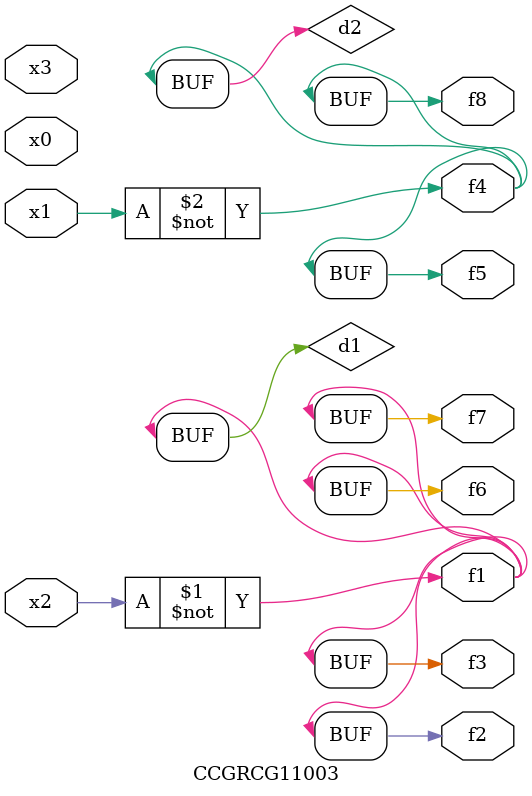
<source format=v>
module CCGRCG11003(
	input x0, x1, x2, x3,
	output f1, f2, f3, f4, f5, f6, f7, f8
);

	wire d1, d2;

	xnor (d1, x2);
	not (d2, x1);
	assign f1 = d1;
	assign f2 = d1;
	assign f3 = d1;
	assign f4 = d2;
	assign f5 = d2;
	assign f6 = d1;
	assign f7 = d1;
	assign f8 = d2;
endmodule

</source>
